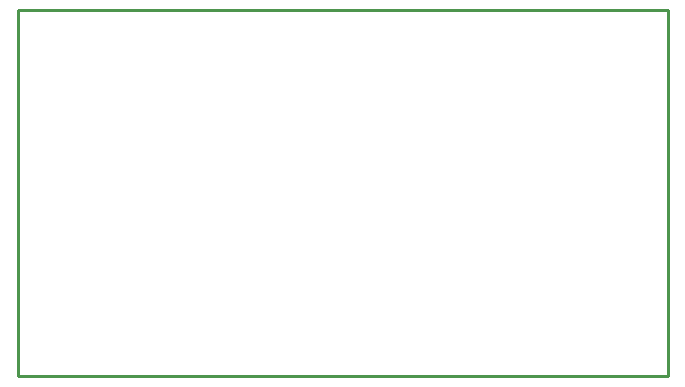
<source format=gko>
%FSDAX24Y24*%
%MOIN*%
%SFA1B1*%

%IPPOS*%
%ADD10C,0.010000*%
%LNpcb_controlboard-1*%
%LPD*%
G54D10*
X021656Y012200D02*
Y-000007D01*
X000000Y012200D02*
X021656D01*
X000000Y000000D02*
Y012200D01*
Y-000007D02*
X021656D01*
M02*
</source>
